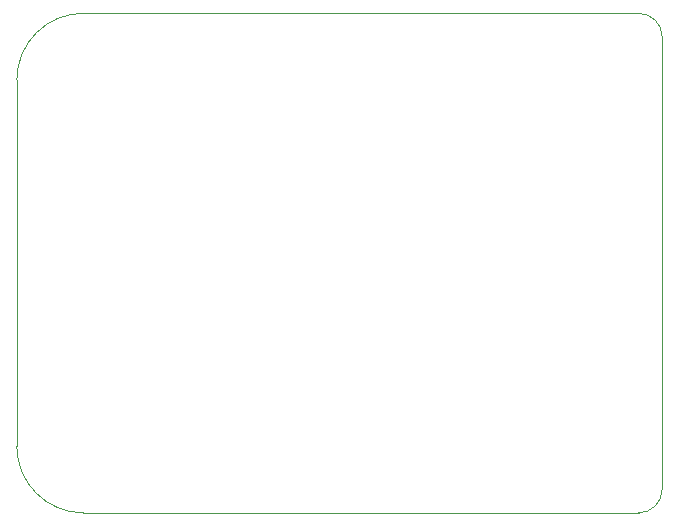
<source format=gbr>
%FSLAX34Y34*%
G04 Gerber Fmt 3.4, Leading zero omitted, Abs format*
G04 (created by PCBNEW (2014-03-19 BZR 4756)-product) date Fri 30 May 2014 14:37:37 BST*
%MOIN*%
G01*
G70*
G90*
G04 APERTURE LIST*
%ADD10C,0.005906*%
%ADD11C,0.003937*%
G04 APERTURE END LIST*
G54D10*
G54D11*
X54330Y-29468D02*
X35826Y-29468D01*
X55118Y-45334D02*
X55118Y-30255D01*
X54330Y-46122D02*
X53494Y-46122D01*
X55118Y-30255D02*
G75*
G03X54330Y-29468I-787J0D01*
G74*
G01*
X54330Y-46122D02*
G75*
G03X55118Y-45334I0J787D01*
G74*
G01*
X35826Y-46122D02*
X53494Y-46122D01*
X33602Y-31692D02*
X33602Y-43897D01*
X35826Y-29468D02*
G75*
G03X33602Y-31692I0J-2224D01*
G74*
G01*
X33602Y-43897D02*
G75*
G03X35826Y-46122I2224J0D01*
G74*
G01*
M02*

</source>
